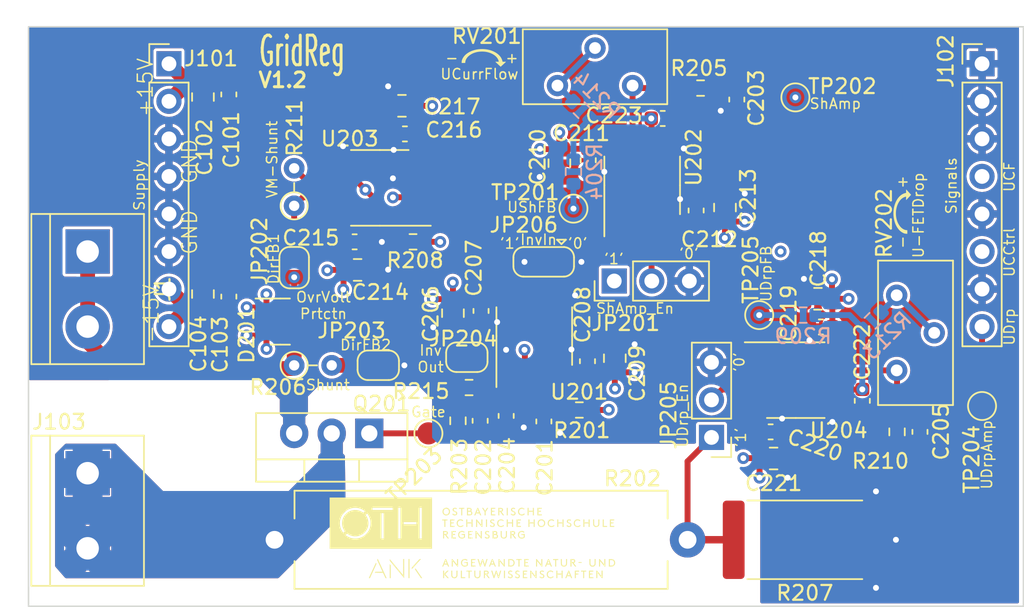
<source format=kicad_pcb>
(kicad_pcb (version 20240108) (generator "pcbnew") (generator_version "8.0")
  (layers (0 "F.Cu" signal) (1 "In1.Cu" signal) (2 "In2.Cu" signal) (31 "B.Cu" signal) (34 "B.Paste" user) (35 "F.Paste" user) (36 "B.SilkS" user "B.Silkscreen") (37 "F.SilkS" user "F.Silkscreen") (38 "B.Mask" user) (39 "F.Mask" user) (44 "Edge.Cuts" user))
  (net 0 "")
  (net 1 "Net-(U201A-+)")
  (net 2 "GND")
  (net 3 "Net-(JP206-B)")
  (net 4 "+15V")
  (net 5 "-15V")
  (net 6 "Net-(U204B--)")
  (net 7 "Net-(U202B--)")
  (net 8 "/CathIn")
  (net 9 "Net-(R213-Pad2)")
  (net 10 "Net-(R214-Pad2)")
  (net 11 "/GridIn")
  (net 12 "Net-(JP201-C)")
  (net 13 "Net-(JP202-A)")
  (net 14 "Net-(JP203-A)")
  (net 15 "Net-(R205-Pad2)")
  (net 16 "Net-(JP205-C)")
  (net 17 "Net-(Q201-G)")
  (net 18 "Net-(JP204-A)")
  (net 19 "/Channel/USh")
  (net 20 "/Channel/UDrp")
  (net 21 "/UCurrFlow")
  (net 22 "/UFETDrop")
  (net 23 "/UCurrCtrl")
  (net 24 "Net-(U202A--)")
  (net 25 "Net-(U204A--)")
  (net 26 "Net-(R210-Pad2)")
  (net 27 "Net-(JP204-B)")
  (net 28 "Net-(JP206-C)")
  (footprint "Capacitor_SMD:C_0603_1608Metric" (layer "F.Cu") (at 30.81 22.62 -90)
    (property "Reference" "C208")
    (property "Value" "100n/25V")
  )
  (footprint "Capacitor_SMD:C_0603_1608Metric" (layer "F.Cu") (at 35.9 6.2 180)
    (property "Reference" "C223")
    (property "Value" "220n/25V")
  )
  (footprint "Resistor_SMD:R_0603_1608Metric" (layer "F.Cu") (at 51.75 27.4 90)
    (property "Reference" "R210")
    (property "Value" "100k")
  )
  (footprint "Capacitor_SMD:C_0805_2012Metric" (layer "F.Cu") (at 15.26 16.445 180)
    (property "Reference" "C214")
    (property "Value" "10µ/25V")
  )
  (footprint "Capacitor_SMD:C_0603_1608Metric" (layer "F.Cu") (at 30.86 9.025 90)
    (property "Reference" "C211")
    (property "Value" "100n/25V")
  )
  (footprint "Capacitor_SMD:C_0805_2012Metric" (layer "F.Cu") (at 32.66 22.42 -90)
    (property "Reference" "C209")
    (property "Value" "10µ/25V")
  )
  (footprint "Capacitor_SMD:C_0805_2012Metric" (layer "F.Cu") (at 46.4 18.4)
    (property "Reference" "C218")
    (property "Value" "10µ/25V")
  )
  (footprint "Resistor_SMD:R_4020_10251Metric" (layer "F.Cu") (at 45.5125 34.7 180)
    (property "Reference" "R207")
    (property "Value" "5G/5%")
  )
  (footprint "Package_TO_SOT_THT:TO-220-3_Vertical" (layer "F.Cu") (at 16.05 27.5 180)
    (property "Reference" "Q201")
    (property "Value" "NDFPD1N150CG")
  )
  (footprint "Package_SO:SOIC-8_3.9x4.9mm_P1.27mm" (layer "F.Cu") (at 34.51 10.725 90)
    (property "Reference" "U202")
    (property "Value" "OPA2156xD")
  )
  (footprint "TestPoint:TestPoint_Pad_D1.5mm" (layer "F.Cu") (at 42.425 19.5)
    (property "Reference" "TP205")
    (property "Value" "UDrpFB")
  )
  (footprint "Capacitor_SMD:C_0805_2012Metric" (layer "F.Cu") (at 18.26 5.345)
    (property "Reference" "C217")
    (property "Value" "10µ/25V")
  )
  (footprint "Package_SO:SOIC-8_3.9x4.9mm_P1.27mm" (layer "F.Cu") (at 27.21 20.92 90)
    (property "Reference" "U201")
    (property "Value" "OPA2156xD")
  )
  (footprint "Capacitor_SMD:C_0805_2012Metric" (layer "F.Cu") (at 43.4 29.2 180)
    (property "Reference" "C221")
    (property "Value" "10µ/25V")
  )
  (footprint "Capacitor_SMD:C_0603_1608Metric" (layer "F.Cu") (at 27.86 26.695 -90)
    (property "Reference" "C201")
    (property "Value" "1n/25V")
  )
  (footprint "TestPoint:TestPoint_Pad_D1.5mm" (layer "F.Cu") (at 20.05 27.5)
    (property "Reference" "TP203")
    (property "Value" "Gate")
  )
  (footprint "CustomPinHeader:PinHeader_1x03_P2.54mm_Vertical" (layer "F.Cu") (at 32.62 17.195 90)
    (property "Reference" "JP201")
    (property "Value" "ShAmp_En")
  )
  (footprint "Potentiometer_THT:Potentiometer_Bourns_3296Y_Vertical" (layer "F.Cu") (at 51.725 18.16 90)
    (property "Reference" "RV202")
    (property "Value" "50k")
  )
  (footprint "Package_TO_SOT_SMD:SOT-23" (layer "F.Cu") (at 10.0325 19.94)
    (property "Reference" "D201")
    (property "Value" "BAV99")
  )
  (footprint "Resistor_SMD:R_0603_1608Metric" (layer "F.Cu") (at 19.01 14.545)
    (property "Reference" "R208")
    (property "Value" "220R (opt)")
  )
  (footprint "Capacitor_SMD:C_0805_2012Metric" (layer "F.Cu") (at 28.91 9.225 90)
    (property "Reference" "C210")
    (property "Value" "10µ/25V")
  )
  (footprint "Capacitor_SMD:C_0603_1608Metric" (layer "F.Cu") (at 18.46 7.245)
    (property "Reference" "C216")
    (property "Value" "100n/25V")
  )
  (footprint "Jumper:SolderJumper-2_P1.3mm_Open_RoundedPad1.0x1.5mm" (layer "F.Cu") (at 16.66 22.895)
    (property "Reference" "JP203")
    (property "Value" "DirFB2")
  )
  (footprint "Capacitor_SMD:C_0603_1608Metric" (layer "F.Cu") (at 15.06 14.545 180)
    (property "Reference" "C215")
    (property "Value" "100n/25V")
  )
  (footprint "Capacitor_SMD:C_0805_2012Metric" (layer "F.Cu") (at 4.8 18.075 90)
    (property "Reference" "C104")
    (property "Value" "10µ/25V")
  )
  (footprint "Connector_PinHeader_2.54mm:PinHeader_1x08_P2.54mm_Vertical" (layer "F.Cu") (at 2.5 2.5)
    (property "Reference" "J101")
    (property "Value" "Supply")
  )
  (footprint "LOGO" (layer "F.Cu") (at 23.3705 35.311)
    (property "Reference" "G***" (hide yes))
    (property "Value" "LOGO" (hide yes))
  )
  (footprint "Resistor_SMD:R_0603_1608Metric" (layer "F.Cu") (at 22.05 26.65 -90)
    (property "Reference" "R203")
    (property "Value" "220R")
  )
  (footprint "TestPoint:TestPoint_Pad_D1.5mm" (layer "F.Cu") (at 29.86 12.3)
    (property "Reference" "TP201")
    (property "Value" "UShFB")
  )
  (footprint "CustomPinHeader:PinHeader_1x03_P2.54mm_Vertical" (layer "F.Cu") (at 39.2 27.775 180)
    (property "Reference" "JP205")
    (property "Value" "UDrp_En")
  )
  (footprint "Resistor_THT:R_Axial_DIN0204_L3.6mm_D1.6mm_P2.54mm_Vertical" (layer "F.Cu") (at 10.97 22.9)
    (property "Reference" "R206")
    (property "Value" "Shunt")
  )
  (footprint "Capacitor_SMD:C_0805_2012Metric" (layer "F.Cu") (at 40.11 12.225 -90)
    (property "Reference" "C213")
    (property "Value" "10µ/25V")
  )
  (footprint "Capacitor_SMD:C_0603_1608Metric" (layer "F.Cu") (at 40.91 4.92 90)
    (property "Reference" "C203")
    (property "Value" "470p/25V")
  )
  (footprint "Capacitor_SMD:C_0805_2012Metric" (layer "F.Cu") (at 4.8 4.75 90)
    (property "Reference" "C102")
    (property "Value" "10µ/25V")
  )
  (footprint "Capacitor_SMD:C_0603_1608Metric" (layer "F.Cu") (at 25.31 26.32 90)
    (property "Reference" "C204")
    (property "Value" "1n/25V (opt.)")
  )
  (footprint "Package_SO:SOIC-8_3.9x4.9mm_P1.27mm" (layer "F.Cu") (at 16.76 10.895 180)
    (property "Reference" "U203")
    (property "Value" "OPA2156xD")
  )
  (footprint "Capacitor_SMD:C_0603_1608Metric" (layer "F.Cu") (at 23.55 26.65 90)
    (property "Reference" "C202")
    (property "Value" "100n/25V")
  )
  (footprint "Resistor_THT:R_Axial_Power_L25.0mm_W6.4mm_P27.94mm" (layer "F.Cu") (at 37.5825 34.7 180)
    (property "Reference" "R202")
    (property "Value" "1T/5%")
  )
  (footprint "Capacitor_SMD:C_0603_1608Metric" (layer "F.Cu") (at 49.4 25.3 90)
    (property "Reference" "C222")
    (property "Value" "220n/25V")
  )
  (footprint "LOGO" (layer "F.Cu") (at 52.1 12.5 90)
    (property "Reference" "G***" (hide yes))
    (property "Value" "LOGO" (hide yes))
  )
  (footprint "TestPoint:TestPoint_Pad_D1.5mm" (layer "F.Cu") (at 44.875 4.775)
    (property "Reference" "TP202")
    (property "Value" "ShAmp")
  )
  (footprint "TerminalBlock:TerminalBlock_bornier-2_P5.08mm" (layer "F.Cu") (at -3 30.195 -90)
    (property "Reference" "J103")
    (property "Value" "Channel-In")
  )
  (footprint "Capacitor_SMD:C_0603_1608Metric" (layer "F.Cu") (at 23.61 19.22 90)
    (property "Reference" "C207")
    (property "Value" "100n/25V")
  )
  (footprint "LOGO" (layer "F.Cu") (at 23.8 2.1)
    (property "Reference" "G***" (hide yes))
    (property "Value" "LOGO" (hide yes))
  )
  (footprint "Capacitor_SMD:C_0603_1608Metric" (layer "F.Cu") (at 43.2 27.4 180)
    (property "Reference" "C220")
    (property "Value" "100n/25V")
  )
  (footprint "Resistor_SMD:R_0603_1608Metric" (layer "F.Cu") (at 30.26 25.92 180)
    (property "Reference" "R201")
    (property "Value" "1k")
  )
  (footprint "Jumper:SolderJumper-2_P1.3mm_Open_RoundedPad1.0x1.5mm" (layer "F.Cu") (at 22.65 22.35)
    (property "Reference" "JP204")
    (property "Value" "Invert_{Out}")
  )
  (footprint "Resistor_THT:R_Axial_DIN0204_L3.6mm_D1.6mm_P2.54mm_Vertical" (layer "F.Cu") (at 10.97 12.11 90)
    (property "Reference" "R211")
    (property "Value" "VM-Shunt")
  )
  (footprint "Package_SO:SOIC-8_3.9x4.9mm_P1.27mm" (layer "F.Cu") (at 44.9 23.9)
    (property "Reference" "U204")
    (property "Value" "OPA2156xD")
  )
  (footprint "Capacitor_SMD:C_0603_1608Metric" (layer "F.Cu") (at 38.16 12.425 -90)
    (property "Reference" "C212")
    (property "Value" "100n/25V")
  )
  (footprint "Jumper:SolderJumper-3_P1.3mm_Open_RoundedPad1.0x1.5mm" (layer "F.Cu") (at 27.85 15.9 180)
    (property "Reference" "JP206")
    (property "Value" "Invert_{In}")
  )
  (footprint "Connector_PinHeader_2.54mm:PinHeader_1x08_P2.54mm_Vertical" (layer "F.Cu") (at 57.5 2.5)
    (property "Reference" "J102")
    (property "Value" "Signals")
  )
  (footprint "Potentiometer_THT:Potentiometer_Bourns_3296Y_Vertical" (layer "F.Cu") (at 28.78 3.975 180)
    (property "Reference" "RV201")
    (property "Value" "50k")
  )
  (footprint "TerminalBlock:TerminalBlock_bornier-2_P5.08mm" (layer "F.Cu") (at -3 15.2 -90)
    (property "Reference" "J1")
    (property "Value" "Channel-In")
  )
  (footprint "TestPoint:TestPoint_Pad_D1.5mm" (layer "F.Cu") (at 57.5 25.65)
    (property "Reference" "TP204")
    (property "Value" "UDrpAmp")
  )
  (footprint "Resistor_SMD:R_0603_1608Metric" (layer "F.Cu") (at 22.8 24.4 180)
    (property "Reference" "R215")
    (property "Value" "1Meg")
  )
  (footprint "Capacitor_SMD:C_0603_1608Metric" (layer "F.Cu") (at 6.55 4.575 90)
    (property "Reference" "C101")
    (property "Value" "100n/25V")
  )
  (footprint "Resistor_SMD:R_0603_1608Metric" (layer "F.Cu") (at 38.46 4.145 180)
    (property "Reference" "R205")
    (property "Value" "100k")
  )
  (footprint "Capacitor_SMD:C_0603_1608Metric" (layer "F.Cu") (at 53.3 27.4 -90)
    (property "Reference" "C205")
    (property "Value" "470p/25V")
  )
  (footprint "Capacitor_SMD:C_0603_1608Metric" (layer "F.Cu") (at 46.6 20.305)
    (property "Reference" "C219")
    (property "Value" "100n/25V")
  )
  (footprint "Capacitor_SMD:C_0603_1608Metric" (layer "F.Cu") (at 6.55 18.25 90)
    (property "Reference" "C103")
    (property "Value" "100n/25V")
  )
  (footprint "Capacitor_SMD:C_0805_2012Metric" (layer "F.Cu") (at 21.71 19.37 90)
    (property "Reference" "C206")
    (property "Value" "10µ/25V")
  )
  (footprint "Jumper:SolderJumper-2_P1.3mm_Open_RoundedPad1.0x1.5mm" (layer "F.Cu") (at 10.97 16.29 -90)
    (property "Reference" "JP202")
    (property "Value" "DirFB1")
  )
  (footprint "Resistor_SMD:R_0603_1608Metric" (layer "B.Cu") (at 50.089637 19.887363 45)
    (property "Reference" "R213")
    (property "Value" "100k")
  )
  (footprint "Resistor_SMD:R_0603_1608Metric" (layer "B.Cu") (at 30.404637 5.639637 135)
    (property "Reference" "R214")
    (property "Value" "100k")
  )
  (footprint "Resistor_SMD:R_0603_1608Metric" (layer "B.Cu") (at 45.4 19.5)
    (property "Reference" "R209")
    (property "Value" "100k")
  )
  (footprint "Resistor_SMD:R_0603_1608Metric" (layer "B.Cu") (at 29.86 9.8 90)
    (property "Reference" "R204")
    (property "Value" "100k")
  )
  (gr_rect (start -7 0) (end 60.3 39.2) (stroke (width 0.1)) (fill none) (layer "Edge.Cuts"))
  (gr_text "UCF" (at 59.35 10.15 90) (layer "F.SilkS") (effects (font (size 0.7 0.7) (thickness 0.1))))
  (gr_text "GND" (at 3.9 13.9 90) (layer "F.SilkS") (effects (font (size 1 1) (thickness 0.1))))
  (gr_text "UCCtrl" (at 59.35 15.25 90) (layer "F.SilkS") (effects (font (size 0.7 0.7) (thickness 0.1))))
  (gr_text "+15V" (at 0.9 4.1 90) (layer "F.SilkS") (effects (font (size 1 1) (thickness 0.1))))
  (gr_text "UDrp" (at 59.35 20.3 90) (layer "F.SilkS") (effects (font (size 0.7 0.7) (thickness 0.1))))
  (gr_text "-      +" (at 26.2 2.1 0) (layer "F.SilkS") (effects (font (size 0.7 0.7) (thickness 0.1)) (justify right)))
  (gr_text "U-FETDrop" (at 53.2 15.7 90) (layer "F.SilkS") (effects (font (size 0.7 0.7) (thickness 0.1)) (justify left)))
  (gr_text "'1'" (at 25.55 14.65 0) (layer "F.SilkS") (effects (font (size 0.7 0.7) (thickness 0.1))))
  (gr_text "'0'" (at 30.15 14.65 0) (layer "F.SilkS") (effects (font (size 0.7 0.7) (thickness 0.1))))
  (gr_text "-      +" (at 52.1 10 90) (layer "F.SilkS") (effects (font (size 0.7 0.7) (thickness 0.1)) (justify right)))
  (gr_text "GND" (at 3.9 9.1 90) (layer "F.SilkS") (effects (font (size 1 1) (thickness 0.1))))
  (gr_text "-15V" (at 1.3 19.4 90) (layer "F.SilkS") (effects (font (size 1 1) (thickness 0.1))))
  (gr_text "V1.2" (at 10.2 3.6 0) (layer "F.SilkS") (effects (font (size 1 1) (thickness 0.2))))
  (gr_text "GridReg" (at 11.5 1.65 0) (layer "F.SilkS") (effects (font (size 2 1) (thickness 0.2))))
  (gr_text "OvrVolt\nPrtctn" (at 12.95 18.85 0) (layer "F.SilkS") (effects (font (size 0.7 0.7) (thickness 0.1))))
  (gr_text "UCurrFlow" (at 26.2 3.2 0) (layer "F.SilkS") (effects (font (size 0.7 0.7) (thickness 0.1)) (justify right)))
  (gr_text "Inv\nOut" (at 20.2 22.45 0) (layer "F.SilkS") (effects (font (size 0.7 0.7) (thickness 0.1))))
  (gr_text "InvIn" (at 27.5 14.4 0) (layer "F.SilkS") (effects (font (size 0.7 0.7) (thickness 0.1))))
  (segment (start 29.435 25.92) (end 27.86 25.92) (width 0.4) (layer "F.Cu") (net 1))
  (segment (start 27.845 25.905) (end 27.86 25.92) (width 0.4) (layer "F.Cu") (net 1))
  (segment (start 27.845 23.395) (end 27.845 25.905) (width 0.4) (layer "F.Cu") (net 1))
  (segment (start 32.66 21.47) (end 33.995 21.47) (width 0.4) (layer "F.Cu") (net 2))
  (segment (start 20.38 20.32) (end 20.375 20.325) (width 0.4) (layer "F.Cu") (net 2))
  (segment (start 50.3225 31.4275) (end 50.325 31.425) (width 0.4) (layer "F.Cu") (net 2))
  (segment (start 45.45 18.4) (end 45.45 17.05) (width 0.4) (layer "F.Cu") (net 2))
  (segment (start 50.3225 37.9475) (end 50.325 37.95) (width 0.4) (layer "F.Cu") (net 2))
  (segment (start 37.08 11.65) (end 37.075 11.655) (width 0.4) (layer "F.Cu") (net 2))
  (segment (start 26.5 27.1) (end 25.315 27.1) (width 0.4) (layer "F.Cu") (net 2))
  (segment (start 29.11 18.44) (end 29.115 18.445) (width 0.4) (layer "F.Cu") (net 2))
  (segment (start 30.86 9.8) (end 31.945 9.8) (width 0.4) (layer "F.Cu") (net 2))
  (segment (start 17.31 5.345) (end 17.31 4.04) (width 0.4) (layer "F.Cu") (net 2))
  (segment (start 51.67 34.695) (end 51.675 34.7) (width 0.4) (layer "F.Cu") (net 2))
  (segment (start 10.97 25.67) (end 10.9 25.6) (width 1.5) (layer "F.Cu") (net 2))
  (segment (start 33.995 21.47) (end 34 21.475) (width 0.4) (layer "F.Cu") (net 2))
  (segment (start 28.945 27.47) (end 28.95 27.475) (width 0.4) (layer "F.Cu") (net 2))
  (segment (start 14.285 8.085) (end 14.275 8.075) (width 0.4) (layer "F.Cu") (net 2))
  (segment (start 19.235 10.26) (end 17.66 10.26) (width 0.4) (layer "F.Cu") (net 2))
  (segment (start 29.115 15.935) (end 29.15 15.9) (width 0.4) (layer "F.Cu") (net 2))
  (segment (start 17.31 4.04) (end 17.325 4.025) (width 0.4) (layer "F.Cu") (net 2))
  (segment (start 25.315 27.1) (end 25.31 27.095) (width 0.4) (layer "F.Cu") (net 2))
  (segment (start 29.15 15.9) (end 30.4 15.9) (width 0.4) (layer "F.Cu") (net 2))
  (segment (start 41.445 11.275) (end 41.45 11.28) (width 0.4) (layer "F.Cu") (net 2))
  (segment (start 16.895 14.545) (end 16.9 14.55) (width 0.4) (layer "F.Cu") (net 2))
  (segment (start 10.97 27.5) (end 10.97 25.67) (width 1.5) (layer "F.Cu") (net 2))
  (segment (start 50.3225 34.695) (end 50.3225 37.9475) (width 0.4) (layer "F.Cu") (net 2))
  (segment (start 38.16 11.65) (end 37.08 11.65) (width 0.4) (layer "F.Cu") (net 2))
  (segment (start 17.31 22.895) (end 18.42 22.895) (width 0.4) (layer "F.Cu") (net 2))
  (segment (start 28.91 10.175) (end 27.595 10.175) (width 0.4) (layer "F.Cu") (net 2))
  (segment (start 36.415 8.25) (end 37.305 8.25) (width 0.4) (layer "F.Cu") (net 2))
  (segment (start 27.595 10.175) (end 27.575 10.155) (width 0.4) (layer "F.Cu") (net 2))
  (segment (start 47.375 25.805) (end 47.375 26.725) (width 0.4) (layer "F.Cu") (net 2))
  (segment (start 24.68 19.995) (end 24.7 19.975) (width 0.4) (layer "F.Cu") (net 2))
  (segment (start 21.71 20.32) (end 20.38 20.32) (width 0.4) (layer "F.Cu") (net 2))
  (segment (start 31.945 9.8) (end 31.95 9.805) (width 0.4) (layer "F.Cu") (net 2))
  (segment (start 29.745 21.845) (end 29.725 21.825) (width 0.4) (layer "F.Cu") (net 2))
  (segment (start 44.35 29.175) (end 44.35 30.5) (width 0.4) (layer "F.Cu") (net 2))
  (segment (start 29.115 18.445) (end 29.115 15.935) (width 0.4) (layer "F.Cu") (net 2))
  (segment (start 17.685 7.245) (end 17.685 8.31) (width 0.4) (layer "F.Cu") (net 2))
  (segment (start 45.825 20.105) (end 45.825 21.205) (width 0.4) (layer "F.Cu") (net 2))
  (segment (start 50.3225 34.695) (end 51.67 34.695) (width 0.4) (layer "F.Cu") (net 2))
  (segment (start 16.21 16.445) (end 17.305 16.445) (width 0.4) (layer "F.Cu") (net 2))
  (segment (start 40.91 5.7) (end 39.845 5.7) (width 0.4) (layer "F.Cu") (net 2))
  (segment (start 37.305 8.25) (end 37.325 8.23) (width 0.4) (layer "F.Cu") (net 2))
  (segment (start 17.305 16.445) (end 17.325 16.425) (width 0.4) (layer "F.Cu") (net 2))
  (segment (start 29.115 18.445) (end 29.688 18.445) (width 0.4) (layer "F.Cu") (net 2))
  (segment (start 39.845 5.7) (end 39.825 5.68) (width 0.4) (layer "F.Cu") (net 2))
  (segment (start 23.61 19.995) (end 24.68 19.995) (width 0.4) (layer "F.Cu") (net 2))
  (segment (start 18.42 22.895) (end 18.425 22.9) (width 0.4) (layer "F.Cu") (net 2))
  (segment (start 29.688 18.445) (end 29.972 18.161) (width 0.4) (layer "F.Cu") (net 2))
  (segment (start 17.66 10.26) (end 17.65 10.25) (width 0.4) (layer "F.Cu") (net 2))
  (segment (start 50.3225 34.695) (end 50.3225 31.4275) (width 0.4) (layer "F.Cu") (net 2))
  (segment (start 27.86 27.47) (end 28.945 27.47) (width 0.4) (layer "F.Cu") (net 2))
  (segment (start 30.81 21.845) (end 29.745 21.845) (width 0.4) (layer "F.Cu") (net 2))
  (segment (start 43.975 27.6) (end 43.975 26.5) (width 0.4) (layer "F.Cu") (net 2))
  (segment (start 14.285 8.99) (end 14.285 8.085) (width 0.4) (layer "F.Cu") (net 2))
  (segment (start 17.685 8.31) (end 17.7 8.325) (width 0.4) (layer "F.Cu") (net 2))
  (segment (start 40.11 11.275) (end 41.445 11.275) (width 0.4) (layer "F.Cu") (net 2))
  (segment (start 15.835 14.545) (end 16.895 14.545) (width 0.4) (layer "F.Cu") (net 2))
  (via (at 14.275 8.075) (size 0.8) (drill 0.4) (layers "F.Cu" "B.Cu") (net 2))
  (via (at 20.375 20.325) (size 0.8) (drill 0.4) (layers "F.Cu" "B.Cu") (net 2))
  (via (at 17.65 10.25) (size 0.8) (drill 0.4) (layers "F.Cu" "B.Cu") (net 2))
  (via (at 37.325 8.23) (size 0.8) (drill 0.4) (layers "F.Cu" "B.Cu") (net 2))
  (via (at 29.725 21.825) (size 0.8) (drill 0.4) (layers "F.Cu" "B.Cu") (net 2))
  (via (at 37.075 11.655) (size 0.8) (drill 0.4) (layers "F.Cu" "B.Cu") (net 2))
  (via (at 44.35 30.5) (size 0.8) (drill 0.4) (layers "F.Cu" "B.Cu") (net 2))
  (via (at 47.375 26.725) (size 0.8) (drill 0.4) (layers "F.Cu" "B.Cu") (net 2))
  (via (at 28.95 27.475) (size 0.8) (drill 0.4) (layers "F.Cu" "B.Cu") (net 2))
  (via (at 17.7 8.325) (size 0.8) (drill 0.4) (layers "F.Cu" "B.Cu") (net 2))
  (via (at 43.975 26.5) (size 0.8) (drill 0.4) (layers "F.Cu" "B.Cu") (net 2))
  (via (at 39.825 5.68) (size 0.8) (drill 0.4) (layers "F.Cu" "B.Cu") (net 2))
  (via (at 50.325 37.95) (size 0.8) (drill 0.4) (layers "F.Cu" "B.Cu") (net 2))
  (via (at 31.95 9.805) (size 0.8) (drill 0.4) (layers "F.Cu" "B.Cu") (net 2))
  (via (at 24.7 19.975) (size 0.8) (drill 0.4) (layers "F.Cu" "B.Cu") (net 2))
  (via (at 17.325 4.025) (size 0.8) (drill 0.4) (layers "F.Cu" "B.Cu") (net 2))
  (via (at 45.45 17.05) (size 0.8) (drill 0.4) (layers "F.Cu" "B.Cu") (net 2))
  (via (at 26.5 27.1) (size 0.8) (drill 0.4) (layers "F.Cu" "B.Cu") (net 2))
  (via (at 29.972 18.161) (size 0.8) (drill 0.4) (layers "F.Cu" "B.Cu") (net 2))
  (via (at 17.325 16.425) (size 0.8) (drill 0.4) (layers "F.Cu" "B.Cu") (net 2))
  (via (at 51.675 34.7) (size 0.8) (drill 0.4) (layers "F.Cu" "B.Cu") (net 2))
  (via (at 50.325 31.425) (size 0.8) (drill 0.4) (layers "F.Cu" "B.Cu") (net 2))
  (via (at 45.825 21.205) (size 0.8) (drill 0.4) (layers "F.Cu" "B.Cu") (net 2))
  (via (at 34 21.475) (size 0.8) (drill 0.4) (layers "F.Cu" "B.Cu") (net 2))
  (via (at 30.4 15.9) (size 0.8) (drill 0.4) (layers "F.Cu" "B.Cu") (net 2))
  (via (at 18.425 22.9) (size 0.8) (drill 0.4) (layers "F.Cu" "B.Cu") (net 2))
  (via (at 16.9 14.55) (size 0.8) (drill 0.4) (layers "F.Cu" "B.Cu") (net 2))
  (via (at 41.45 11.28) (size 0.8) (drill 0.4) (layers "F.Cu" "B.Cu") (net 2))
  (via (at 27.575 10.155) (size 0.8) (drill 0.4) (layers "F.Cu" "B.Cu") (net 2))
  (segment (start 10.97 25.67) (end 10.9 25.6) (width 1.5) (layer "B.Cu") (net 2))
  (segment (start 10.97 27.5) (end 10.97 25.67) (width 1.5) (layer "B.Cu") (net 2))
  (segment (start 25.305 23.395) (end 25.305 21.85) (width 0.4) (layer "F.Cu") (net 3))
  (segment (start 25.305 21.85) (end 25.305 21.558) (width 0.4) (layer "F.Cu") (net 3))
  (via (at 25.305 21.85) (size 0.8) (drill 0.4) (layers "F.Cu" "B.Cu") (net 3))
  (via (at 26.55 15.9) (size 0.8) (drill 0.4) (layers "F.Cu" "B.Cu") (net 3))
  (segment (start 47.375 20.2) (end 47.375 18.275) (width 0.4) (layer "F.Cu") (net 4))
  (segment (start 14.31 16.445) (end 13.235 16.445) (width 0.4) (layer "F.Cu") (net 4))
  (segment (start 14.285 14.545) (end 14.285 16.42) (width 0.4) (layer "F.Cu") (net 4))
  (segment (start 47.35 17.075) (end 47.35 18.4) (width 0.4) (layer "F.Cu") (net 4))
  (segment (start 30.86 8.25) (end 28.935 8.25) (width 0.4) (layer "F.Cu") (net 4))
  (segment (start 3.74 3.8) (end 2.5 5.04) (width 1) (layer "F.Cu") (net 4))
  (segment (start 6.55 3.8) (end 4.4 3.8) (width 1) (layer "F.Cu") (net 4))
  (segment (start 21.735 18.445) (end 21.71 18.42) (width 0.4) (layer "F.Cu") (net 4))
  (segment (start 14.285 12.8) (end 14.285 14.545) (width 0.4) (layer "F.Cu") (net 4))
  (segment (start 14.31 16.445) (end 14.31 17.75) (width 0.4) (layer "F.Cu") (net 4))
  (segment (start 28.91 7.165) (end 28.9 7.155) (width 0.4) (layer "F.Cu") (net 4))
  (segment (start 20.37 18.42) (end 20.35 18.4) (width 0.4) (layer "F.Cu") (net 4))
  (segment (start 32.605 8.25) (end 30.86 8.25) (width 0.4) (layer "F.Cu") (net 4))
  (segment (start 27.62 8.275) (end 27.6 8.255) (width 0.4) (layer "F.Cu") (net 4))
  (segment (start 47.375 21.995) (end 47.375 20.305) (width 0.4) (layer "F.Cu") (net 4))
  (segment (start 28.91 8.275) (end 27.62 8.275) (width 0.4) (layer "F.Cu") (net 4))
  (segment (start 9.095 20.89) (end 9.095 21.785) (width 0.4) (layer "F.Cu") (net 4))
  (segment (start 48.475 18.4) (end 47.35 18.4) (width 0.4) (layer "F.Cu") (net 4))
  (segment (start 28.935 8.25) (end 28.91 8.275) (width 0.4) (layer "F.Cu") (net 4))
  (segment (start 23.61 18.445) (end 21.735 18.445) (width 0.4) (layer "F.Cu") (net 4))
  (segment (start 13.235 16.445) (end 13.21 16.47) (width 0.4) (layer "F.Cu") (net 4))
  (segment (start 21.71 18.42) (end 20.37 18.42) (width 0.4) (layer "F.Cu") (net 4))
  (segment (start 28.91 8.275) (end 28.91 7.165) (width 0.4) (layer "F.Cu") (net 4))
  (segment (start 25.305 18.445) (end 23.61 18.445) (width 0.4) (layer "F.Cu") (net 4))
  (segment (start 9.095 21.785) (end 9.1 21.79) (width 0.4) (layer "F.Cu") (net 4))
  (segment (start 4.4 3.8) (end 3.8 3.8) (width 1) (layer "F.Cu") (net 4))
  (segment (start 9.095 20.89) (end 7.76 20.89) (width 0.4) (layer "F.Cu") (net 4))
  (segment (start 4.4 3.8) (end 3.74 3.8) (width 1) (layer "F.Cu") (net 4))
  (segment (start 21.71 18.42) (end 21.71 17.31) (width 0.4) (layer "F.Cu") (net 4))
  (segment (start 21.71 17.31) (end 21.7 17.3) (width 0.4) (layer "F.Cu") (net 4))
  (segment (start 7.76 20.89) (end 7.75 20.88) (width 0.4) (layer "F.Cu") (net 4))
  (segment (start 14.31 17.75) (end 14.29 17.77) (width 0.4) (layer "F.Cu") (net 4))
  (segment (start 14.285 16.42) (end 14.31 16.445) (width 0.4) (layer "F.Cu") (net 4))
  (segment (start 3.8 3.8) (end 2.5 2.5) (width 1) (layer "F.Cu") (net 4))
  (via (at 47.35 17.075) (size 0.8) (drill 0.4) (layers "F.Cu" "B.Cu") (net 4))
  (via (at 9.1 21.79) (size 0.8) (drill 0.4) (layers "F.Cu" "B.Cu") (net 4))
  (via (at 48.475 18.4) (size 0.8) (drill 0.4) (layers "F.Cu" "B.Cu") (net 4))
  (via (at 28.9 7.155) (size 0.8) (drill 0.4) (layers "F.Cu" "B.Cu") (net 4))
  (via (at 27.6 8.255) (size 0.8) (drill 0.4) (layers "F.Cu" "B.Cu") (net 4))
  (via (at 14.29 17.77) (size 0.8) (drill 0.4) (layers "F.Cu" "B.Cu") (net 4))
  (via (at 21.7 17.3) (size 0.8) (drill 0.4) (layers "F.Cu" "B.Cu") (net 4))
  (via (at 7.75 20.88) (size 0.8) (drill 0.4) (layers "F.Cu" "B.Cu") (net 4))
  (via (at 13.21 16.47) (size 0.8) (drill 0.4) (layers "F.Cu" "B.Cu") (net 4))
  (via (at 20.35 18.4) (size 0.8) (drill 0.4) (layers "F.Cu" "B.Cu") (net 4))
  (segment (start 19.235 7.245) (end 19.235 5.37) (width 0.4) (layer "F.Cu") (net 5))
  (segment (start 42.425 25.805) (end 42.425 27.6) (width 0.4) (layer "F.Cu") (net 5))
  (segment (start 9.095 18.095) (end 9.09 18.09) (width 0.4) (layer "F.Cu") (net 5))
  (segment (start 29.115 23.395) (end 30.81 23.395) (width 0.4) (layer "F.Cu") (net 5))
  (segment (start 40.11 13.175) (end 40.11 14.27) (width 0.4) (layer "F.Cu") (net 5))
  (segment (start 9.095 18.99) (end 7.78 18.99) (width 0.4) (layer "F.Cu") (net 5))
  (segment (start 19.235 8.99) (end 19.235 7.245) (width 0.4) (layer "F.Cu") (net 5))
  (segment (start 32.66 23.37) (end 33.995 23.37) (width 0.4) (layer "F.Cu") (net 5))
  (segment (start 42.425 29.175) (end 42.45 29.2) (width 0.4) (layer "F.Cu") (net 5))
  (segment (start 40.11 13.175) (end 41.445 13.175) (width 0.4) (layer "F.Cu") (net 5))
  (segment (start 19.235 5.37) (end 19.21 5.345) (width 0.4) (layer "F.Cu") (net 5))
  (segment (start 36.415 13.2) (end 38.16 13.2) (width 0.4) (layer "F.Cu") (net 5))
  (segment (start 20.295 5.345) (end 20.31 5.36) (width 0.4) (layer "F.Cu") (net 5))
  (segment (start 32.66 24.46) (end 32.675 24.475) (width 0.4) (layer "F.Cu") (net 5))
  (segment (start 9.095 18.99) (end 9.095 18.095) (width 0.4) (layer "F.Cu") (net 5))
  (segment (start 3.755 19.025) (end 2.5 20.28) (width 1) (layer "F.Cu") (net 5))
  (segment (start 4.425 19.025) (end 3.785 19.025) (width 1) (layer "F.Cu") (net 5))
  (segment (start 3.785 19.025) (end 2.5 17.74) (width 1) (layer "F.Cu") (net 5))
  (segment (start 32.66 23.37) (end 32.66 24.46) (width 0.4) (layer "F.Cu") (net 5))
  (segment (start 30.81 23.395) (end 32.635 23.395) (width 0.4) (layer "F.Cu") (net 5))
  (segment (start 40.11 14.27) (end 40.1 14.28) (width 0.4) (layer "F.Cu") (net 5))
  (segment (start 42.425 27.4) (end 42.425 29.175) (width 0.4) (layer "F.Cu") (net 5))
  (segment (start 42.45 30.5) (end 42.45 29.2) (width 0.4) (layer "F.Cu") (net 5))
  (segment (start 40.085 13.2) (end 40.11 13.175) (width 0.4) (layer "F.Cu") (net 5))
  (segment (start 32.635 23.395) (end 32.66 23.37) (width 0.4) (layer "F.Cu") (net 5))
  (segment (start 4.425 19.025) (end 3.755 19.025) (width 1) (layer "F.Cu") (net 5))
  (segment (start 6.55 19.025) (end 4.425 19.025) (width 1) (layer "F.Cu") (net 5))
  (segment (start 19.21 5.345) (end 20.295 5.345) (width 0.4) (layer "F.Cu") (net 5))
  (segment (start 38.16 13.2) (end 40.085 13.2) (width 0.4) (layer "F.Cu") (net 5))
  (segment (start 41.445 13.175) (end 41.45 13.18) (width 0.4) (layer "F.Cu") (net 5))
  (segment (start 33.995 23.37) (end 34 23.375) (width 0.4) (layer "F.Cu") (net 5))
  (segment (start 7.78 18.99) (end 7.76 18.97) (width 0.4) (layer "F.Cu") (net 5))
  (segment (start 41.35 29.175) (end 42.425 29.175) (width 0.4) (layer "F.Cu") (net 5))
  (via (at 34 23.375) (size 0.8) (drill 0.4) (layers "F.Cu" "B.Cu") (net 5))
  (via (at 42.45 30.5) (size 0.8) (drill 0.4) (layers "F.Cu" "B.Cu") (net 5))
  (via (at 32.675 24.475) (size 0.8) (drill 0.4) (layers "F.Cu" "B.Cu") (net 5))
  (via (at 41.45 13.18) (size 0.8) (drill 0.4) (layers "F.Cu" "B.Cu") (net 5))
  (via (at 20.31 5.36) (size 0.8) (drill 0.4) (layers "F.Cu" "B.Cu") (net 5))
  (via (at 7.76 18.97) (size 0.8) (drill 0.4) (layers "F.Cu" "B.Cu") (net 5))
  (via (at 41.35 29.175) (size 0.8) (drill 0.4) (layers "F.Cu" "B.Cu") (net 5))
  (via (at 9.09 18.09) (size 0.8) (drill 0.4) (layers "F.Cu" "B.Cu") (net 5))
  (via (at 40.1 14.28) (size 0.8) (drill 0.4) (layers "F.Cu" "B.Cu") (net 5))
  (segment (start 49.39 24.535) (end 49.4 24.525) (width 0.4) (layer "F.Cu") (net 6))
  (segment (start 47.375 24.535) (end 49.39 24.535) (width 0.4) (layer "F.Cu") (net 6))
  (via (at 49.4 24.525) (size 0.8) (drill 0.4) (layers "F.Cu" "B.Cu") (net 6))
  (segment (start 49.4 20.577) (end 49.4 24.525) (width 0.4) (layer "B.Cu") (net 6))
  (segment (start 49.506274 20.470726) (end 49.4 20.577) (width 0.4) (layer "B.Cu") (net 6))
  (segment (start 46.225 19.5) (end 48.535548 19.5) (width 0.4) (layer "B.Cu") (net 6))
  (segment (start 48.535548 19.5) (end 49.506274 20.470726) (width 0.4) (layer "B.Cu") (net 6))
  (segment (start 35.145 8.25) (end 35.145 6.22) (width 0.4) (layer "F.Cu") (net 7))
  (segment (start 35.145 6.22) (end 35.125 6.2) (width 0.4) (layer "F.Cu") (net 7))
  (via (at 35.125 6.2) (size 0.8) (drill 0.4) (layers "F.Cu" "B.Cu") (net 7))
  (segment (start 29.86 7.351) (end 30.988 6.223) (width 0.4) (layer "B.Cu") (net 7))
  (segment (start 29.86 8.975) (end 29.86 7.351) (width 0.4) (layer "B.Cu") (net 7))
  (segment (start 31.011 6.2) (end 30.988 6.223) (width 0.4) (layer "B.Cu") (net 7))
  (segment (start 35.125 6.2) (end 31.011 6.2) (width 0.4) (layer "B.Cu") (net 7))
  (segment (start -3 20.28) (end -3 21.3) (width 1) (layer "F.Cu") (net 8))
  (segment (start -3 15.2) (end -3 20.28) (width 1) (layer "F.Cu") (net 8))
  (segment (start 10.756 23.114) (end 10.97 22.9) (width 1) (layer "F.Cu") (net 8))
  (segment (start 10.97 19.94) (end 10.97 22.9) (width 1) (layer "F.Cu") (net 8))
  (segment (start -1.186 23.114) (end 10.756 23.114) (width 1) (layer "F.Cu") (net 8))
  (segment (start 19.235 11.53) (end 17.66 11.53) (width 0.4) (layer "F.Cu") (net 8))
  (segment (start 17.66 11.53) (end 17.65 11.54) (width 0.4) (layer "F.Cu") (net 8))
  (segment (start -3 21.3) (end -1.186 23.114) (width 1) (layer "F.Cu") (net 8))
  (segment (start 10.97 19.94) (end 10.97 16.94) (width 0.4) (layer "F.Cu") (net 8))
  (via (at 17.65 11.54) (size 0.8) (drill 0.4) (layers "F.Cu" "B.Cu") (net 8))
  (via (at 10.97 16.94) (size 0.8) (drill 0.4) (layers "F.Cu" "B.Cu") (net 8))
  (segment (start 50.673 19.304) (end 51.725 18.252) (width 0.4) (layer "B.Cu") (net 9))
  (segment (start 51.725 18.252) (end 51.725 18.16) (width 0.4) (layer "B.Cu") (net 9))
  (segment (start 54.265 20.7) (end 51.725 18.16) (width 0.4) (layer "B.Cu") (net 9))
  (segment (start 29.821274 5.016274) (end 28.78 3.975) (width 0.4) (layer "B.Cu") (net 10))
  (segment (start 28.78 3.975) (end 31.32 1.435) (width 0.4) (layer "B.Cu") (net 10))
  (segment (start 29.821274 5.056274) (end 29.821274 5.016274) (width 0.4) (layer "B.Cu") (net 10))
  (segment (start 13.51 27.5) (end 13.51 29.69) (width 1.5) (layer "F.Cu") (net 11))
  (segment (start 13.51 27.5) (end 13.51 29.69) (width 1.5) (layer "B.Cu") (net 11))
  (segment (start 35.145 17.18) (end 35.16 17.195) (width 0.4) (layer "F.Cu") (net 12))
  (segment (start 35.145 12.595) (end 35.145 17.18) (width 0.4) (layer "F.Cu") (net 12))
  (segment (start 10.97 12.11) (end 11.55 11.53) (width 0.4) (layer "F.Cu") (net 13))
  (segment (start 18.185 14.545) (end 15.17 11.53) (width 0.4) (layer "F.Cu") (net 13))
  (segment (start 10.97 12.11) (end 10.97 15.64) (width 0.4) (layer "F.Cu") (net 13))
  (segment (start 15.17 11.53) (end 14.285 11.53) (width 0.4) (layer "F.Cu") (net 13))
  (segment (start 11.55 11.53) (end 14.285 11.53) (width 0.4) (layer "F.Cu") (net 13))
  (segment (start 16.005 22.9) (end 16.01 22.895) (width 1) (layer "F.Cu") (net 14))
  (segment (start 17.570665 12.8) (end 19.235 12.8) (width 0.4) (layer "F.Cu") (net 14))
  (segment (start 11.66 10.26) (end 10.97 9.57) (width 0.4) (layer "F.Cu") (net 14))
  (segment (start 15.792096 11.021431) (end 15.030665 10.26) (width 0.4) (layer "F.Cu") (net 14))
  (segment (start 15.030665 10.26) (end 14.285 10.26) (width 0.4) (layer "F.Cu") (net 14))
  (segment (start 15.792096 11.021431) (end 17.570665 12.8) (width 0.4) (layer "F.Cu") (net 14))
  (segment (start 14.285 10.26) (end 11.66 10.26) (width 0.4) (layer "F.Cu") (net 14))
  (segment (start 13.51 22.9) (end 16.005 22.9) (width 1) (layer "F.Cu") (net 14))
  (via (at 15.792096 11.021431) (size 0.8) (drill 0.4) (layers "F.Cu" "B.Cu") (net 14))
  (segment (start 33.86 8.235) (end 33.86 4.075) (width 0.4) (layer "F.Cu") (net 15))
  (segment (start 37.635 4.145) (end 33.93 4.145) (width 0.4) (layer "F.Cu") (net 15))
  (segment (start 33.875 8.25) (end 33.86 8.235) (width 0.4) (layer "F.Cu") (net 15))
  (segment (start 33.93 4.145) (end 33.86 4.075) (width 0.4) (layer "F.Cu") (net 15))
  (segment (start 39.9 24.535) (end 42.425 24.535) (width 0.4) (layer "F.Cu") (net 16))
  (segment (start 39.2 25.235) (end 39.9 24.535) (width 0.4) (layer "F.Cu") (net 16))
  (segment (start 22.05 27.475) (end 22.025 27.5) (width 0.4) (layer "F.Cu") (net 17))
  (segment (start 22.025 27.5) (end 16.05 27.5) (width 0.4) (layer "F.Cu") (net 17))
  (segment (start 21.975 25.75) (end 22.05 25.825) (width 0.4) (layer "F.Cu") (net 18))
  (segment (start 21.975 24.4) (end 21.975 25.75) (width 0.4) (layer "F.Cu") (net 18))
  (segment (start 21.975 24.4) (end 21.975 22.375) (width 0.4) (layer "F.Cu") (net 18))
  (segment (start 21.971 25.746) (end 22.05 25.825) (width 0.4) (layer "F.Cu") (net 18))
  (segment (start 21.975 22.375) (end 22 22.35) (width 0.4) (layer "F.Cu") (net 18))
  (segment (start 26.575 23.395) (end 26.575 21.875) (width 0.4) (layer "F.Cu") (net 19))
  (segment (start 25.31 25.545) (end 23.55 27.305) (width 0.4) (layer "F.Cu") (net 19))
  (segment (start 26.575 21.875) (end 26.55 21.85) (width 0.4) (layer "F.Cu") (net 19))
  (segment (start 25.795 25.545) (end 25.31 25.545) (width 0.4) (layer "F.Cu") (net 19))
  (segment (start 23.55 27.305) (end 23.55 27.425) (width 0.4) (layer "F.Cu") (net 19))
  (segment (start 19.835 14.545) (end 20.845 14.545) (width 0.4) (layer "F.Cu") (net 19))
  (segment (start 26.575 23.395) (end 26.575 24.775) (width 0.4) (layer "F.Cu") (net 19))
  (segment (start 26.575 24.775) (end 25.8 25.55) (width 0.4) (layer "F.Cu") (net 19))
  (segment (start 25.8 25.55) (end 25.795 25.545) (width 0.4) (layer "F.Cu") (net 19))
  (segment (start 20.845 14.545) (end 20.85 14.55) (width 0.4) (layer "F.Cu") (net 19))
  (via (at 26.55 21.85) (size 0.8) (drill 0.4) (layers "F.Cu" "B.Cu") (net 19))
  (via (at 20.85 14.55) (size 0.8) (drill 0.4) (layers "F.Cu" "B.Cu") (net 19))
  (segment (start 37.58 29.395) (end 39.2 27.775) (width 0.4) (layer "F.Cu") (net 20))
  (segment (start 37.58 34.695) (end 37.58 29.395) (width 0.4) (layer "F.Cu") (net 20))
  (segment (start 37.58 34.695) (end 40.6975 34.695) (width 0.5) (layer "F.Cu") (net 20))
  (segment (start 44.245 4.145) (end 44.875 4.775) (width 0.4) (layer "F.Cu") (net 21))
  (segment (start 40.91 4.145) (end 44.245 4.145) (width 0.4) (layer "F.Cu") (net 21))
  (segment (start 39.285 4.145) (end 40.91 4.145) (width 0.4) (layer "F.Cu") (net 21))
  (via (at 44.875 4.775) (size 0.8) (drill 0.4) (layers "F.Cu" "B.Cu") (net 21))
  (segment (start 53.3 28.175) (end 51.8 28.175) (width 0.4) (layer "F.Cu") (net 22))
  (segment (start 57.5 25.65) (end 54.975 28.175) (width 0.4) (layer "F.Cu") (net 22))
  (segment (start 51.8 28.175) (end 51.75 28.225) (width 0.4) (layer "F.Cu") (net 22))
  (segment (start 53.3 28.175) (end 54.975 28.175) (width 0.4) (layer "F.Cu") (net 22))
  (segment (start 57.5 25.65) (end 57.5 20.28) (width 0.4) (layer "F.Cu") (net 22))
  (segment (start 32.23 25.92) (end 31.085 25.92) (width 0.4) (layer "F.Cu") (net 23))
  (segment (start 32.25 25.9) (end 32.23 25.92) (width 0.4) (layer "F.Cu") (net 23))
  (via (at 32.25 25.9) (size 0.8) (drill 0.4) (layers "F.Cu" "B.Cu") (net 23))
  (via (at 43.875 15.2) (size 0.8) (drill 0.4) (layers "F.Cu" "B.Cu") (net 23))
  (segment (start 32.605 13.2) (end 30.76 13.2) (width 0.4) (layer "F.Cu") (net 24))
  (segment (start 33.875 13.2) (end 32.605 13.2) (width 0.4) (layer "F.Cu") (net 24))
  (segment (start 30.76 13.2) (end 29.86 12.3) (width 0.4) (layer "F.Cu") (net 24))
  (via (at 29.86 12.3) (size 0.8) (drill 0.4) (layers "F.Cu" "B.Cu") (net 24))
  (segment (start 29.86 10.625) (end 29.86 12.3) (width 0.4) (layer "B.Cu") (net 24))
  (segment (start 42.425 21.995) (end 42.425 19.5) (width 0.4) (layer "F.Cu") (net 25))
  (segment (start 42.425 21.995) (end 42.425 23.265) (width 0.4) (layer "F.Cu") (net 25))
  (via (at 42.425 19.5) (size 0.8) (drill 0.4) (layers "F.Cu" "B.Cu") (net 25))
  (segment (start 44.575 19.5) (end 42.425 19.5) (width 0.4) (layer "B.Cu") (net 25))
  (segment (start 51.725 23.24) (end 47.4 23.24) (width 0.4) (layer "F.Cu") (net 26))
  (segment (start 51.75 23.265) (end 51.725 23.24) (width 0.4) (layer "F.Cu") (net 26))
  (segment (start 51.75 26.575) (end 51.75 23.265) (width 0.4) (layer "F.Cu") (net 26))
  (segment (start 47.4 23.24) (end 47.375 23.265) (width 0.4) (layer "F.Cu") (net 26))
  (segment (start 26.575 19.231371) (end 23.456371 22.35) (width 0.4) (layer "F.Cu") (net 27))
  (segment (start 26.575 18.445) (end 26.575 19.231371) (width 0.4) (layer "F.Cu") (net 27))
  (segment (start 23.456371 22.35) (end 23.3 22.35) (width 0.4) (layer "F.Cu") (net 27))
  (segment (start 27.845 19.018) (end 27.845 18.445) (width 0.4) (layer "F.Cu") (net 28))
  (segment (start 27.845 18.445) (end 27.845 15.905) (width 0.4) (layer "F.Cu") (net 28))
  (segment (start 27.845 15.905) (end 27.85 15.9) (width 0.4) (layer "F.Cu") (net 28))
  (zone (net 11) (net_name "/GridIn") (layers "F.Cu" "In1.Cu" "In2.Cu" "B.Cu") (connect_pads (clearance 0.25)) (min_thickness 0.25) (fill yes (thermal_gap 0.1) (thermal_bridge_width 2))
    (polygon (pts (xy 14.1 28.7) (xy 14.4 29) (xy 14.45 32.75) (xy 9.9 37.3) (xy -4.5 37.3) (xy -5.2 36.5) (xy -5.2 28.9) (xy -4.5 28.2) (xy -1.1 28.2) (xy 2.1 31.4) (xy 10.6 31.4) (xy 12.6 29.4) (xy 12.6 29) (xy 12.9 28.7)))
  )
  (zone (net 2) (net_name "GND") (layers "F&B.Cu") (connect_pads (clearance 0.2)) (min_thickness 0.2) (fill yes (thermal_gap 0.2) (thermal_bridge_width 0.5))
    (polygon (pts (xy 60 39) (xy 42.5 39) (xy 42.5 31.3) (xy 40.8 29.6) (xy 40.8 28.2) (xy 20.7 28.2) (xy 20.3 27.8) (xy 20.3 25.2) (xy 19.4 24.3) (xy 12.6 24.3) (xy 11.9 25) (xy 11.9 26.2) (xy 11.6 26.5) (xy 10.3 26.5) (xy 10 26.2) (xy 10 25.2) (xy 8.7 23.9) (xy -6.999507 23.900002) (xy -7 0) (xy 60 0)))
  )
)
</source>
